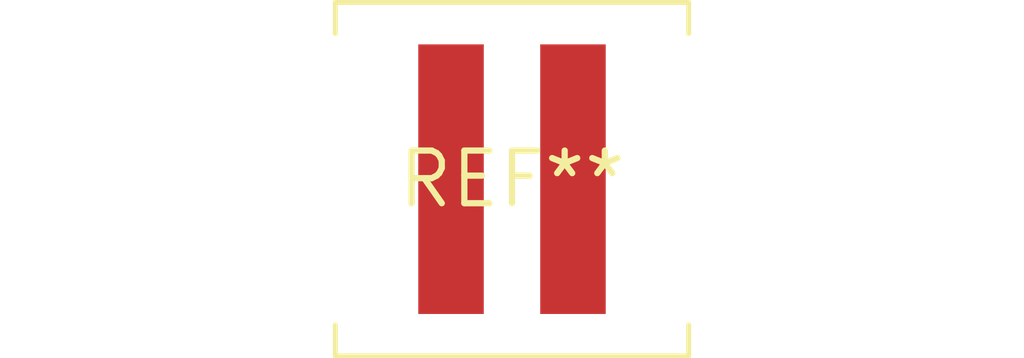
<source format=kicad_pcb>
(kicad_pcb (version 20240108) (generator pcbnew)
  (layers (0 "F.Cu" signal) (31 "B.Cu" signal) (34 "B.Paste" user) (35 "F.Paste" user) (36 "B.SilkS" user "B.Silkscreen") (37 "F.SilkS" user "F.Silkscreen") (38 "B.Mask" user) (39 "F.Mask" user) (44 "Edge.Cuts" user))
  (net 0 "")
  (footprint "L_Coilcraft_XAL7030-562" (layer "F.Cu") (at 0 0)
    (property "Reference" "REF**")
    (property "Value" "L_Coilcraft_XAL7030-562")
    (fp_line (start -4.26 -4.26) (end -4.26 -3.51) (layer "F.SilkS") (stroke (width 0.12)))
    (fp_line (start -4.26 -4.26) (end 4.26 -4.26) (layer "F.SilkS") (stroke (width 0.12)))
    (fp_line (start -4.26 4.26) (end -4.26 3.51) (layer "F.SilkS") (stroke (width 0.12)))
    (fp_line (start -4.26 4.26) (end 4.26 4.26) (layer "F.SilkS") (stroke (width 0.12)))
    (fp_line (start 4.26 -4.26) (end 4.26 -3.51) (layer "F.SilkS") (stroke (width 0.12)))
    (fp_line (start 4.26 4.26) (end 4.26 3.51) (layer "F.SilkS") (stroke (width 0.12)))
    (pad "1" smd rect (at -1.47 0) (size 1.58 6.5) (layers "F.Cu" "F.Paste" "F.Mask"))
    (pad "2" smd rect (at 1.47 0) (size 1.58 6.5) (layers "F.Cu" "F.Paste" "F.Mask"))
  )
)
</source>
